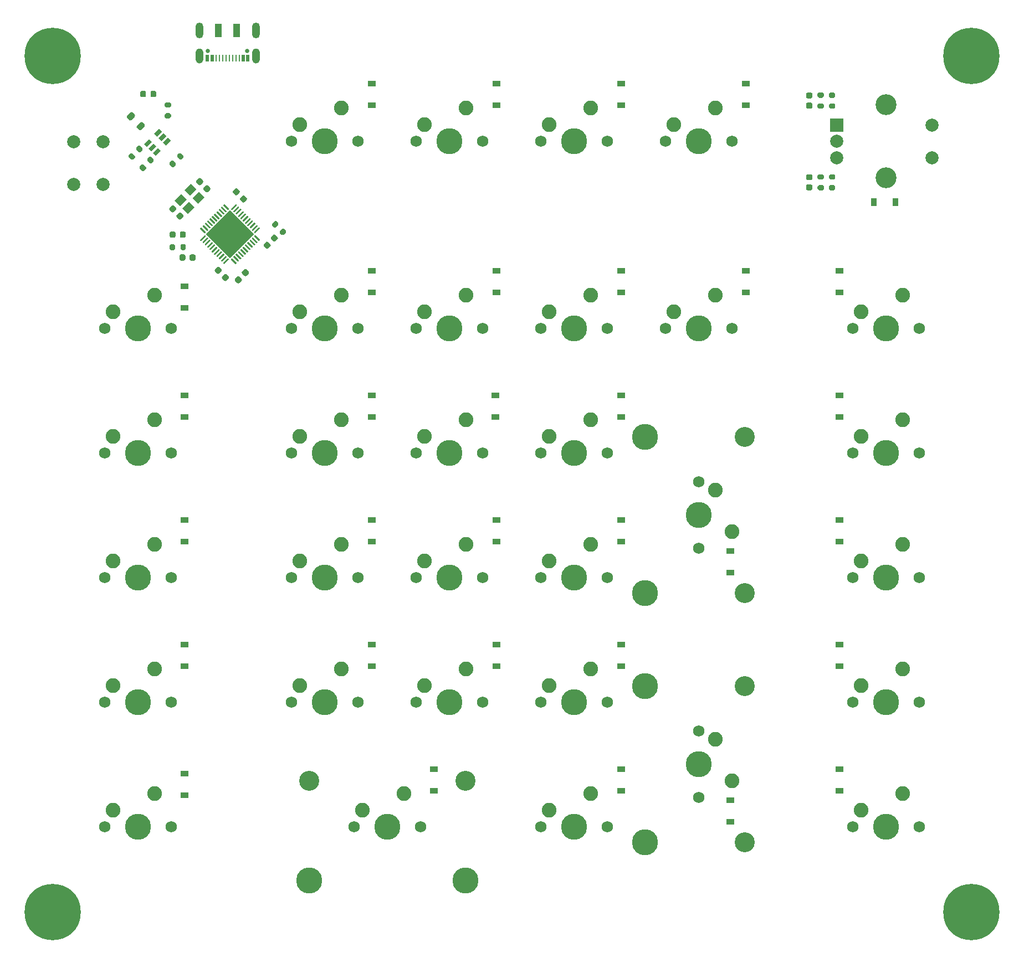
<source format=gbr>
%TF.GenerationSoftware,KiCad,Pcbnew,(5.1.8)-1*%
%TF.CreationDate,2021-01-10T14:28:28+02:00*%
%TF.ProjectId,OsseyPad,4f737365-7950-4616-942e-6b696361645f,rev?*%
%TF.SameCoordinates,Original*%
%TF.FileFunction,Soldermask,Bot*%
%TF.FilePolarity,Negative*%
%FSLAX46Y46*%
G04 Gerber Fmt 4.6, Leading zero omitted, Abs format (unit mm)*
G04 Created by KiCad (PCBNEW (5.1.8)-1) date 2021-01-10 14:28:28*
%MOMM*%
%LPD*%
G01*
G04 APERTURE LIST*
%ADD10O,1.200000X2.400000*%
%ADD11O,1.158000X2.316000*%
%ADD12C,0.630000*%
%ADD13R,1.000000X2.000000*%
%ADD14C,0.600000*%
%ADD15R,0.270000X1.000000*%
%ADD16R,0.520000X1.000000*%
%ADD17C,2.250000*%
%ADD18C,3.987800*%
%ADD19C,1.750000*%
%ADD20R,0.900000X1.200000*%
%ADD21R,2.000000X2.000000*%
%ADD22C,2.000000*%
%ADD23C,3.200000*%
%ADD24C,0.100000*%
%ADD25C,3.048000*%
%ADD26C,0.900000*%
%ADD27C,8.600000*%
%ADD28R,1.200000X0.900000*%
G04 APERTURE END LIST*
D10*
%TO.C,J1*%
X56130000Y-23580000D03*
X47490000Y-23580000D03*
D11*
X56130000Y-27405000D03*
X47490000Y-27405000D03*
D12*
X48810000Y-26680000D03*
D13*
X53210000Y-23580000D03*
X50410000Y-23580000D03*
D12*
X54810000Y-26680000D03*
D14*
X54810000Y-26680000D03*
D15*
X53060000Y-27780000D03*
X52560000Y-27780000D03*
X52060000Y-27780000D03*
X51560000Y-27780000D03*
X51060000Y-27780000D03*
X50560000Y-27780000D03*
X53560000Y-27780000D03*
X50060000Y-27780000D03*
D16*
X54160000Y-27780000D03*
X49460000Y-27780000D03*
X54910000Y-27780000D03*
X48710000Y-27780000D03*
%TD*%
D17*
%TO.C,MX1*%
X69215000Y-35401250D03*
D18*
X66675000Y-40481250D03*
D17*
X62865000Y-37941250D03*
D19*
X61595000Y-40481250D03*
X71755000Y-40481250D03*
%TD*%
D17*
%TO.C,MX11*%
X40640000Y-83026250D03*
D18*
X38100000Y-88106250D03*
D17*
X34290000Y-85566250D03*
D19*
X33020000Y-88106250D03*
X43180000Y-88106250D03*
%TD*%
D20*
%TO.C,D5*%
X153825000Y-49756250D03*
X150525000Y-49756250D03*
%TD*%
D21*
%TO.C,SW1*%
X144895000Y-37986250D03*
D22*
X144895000Y-40486250D03*
X144895000Y-42986250D03*
D23*
X152395000Y-34886250D03*
X152395000Y-46086250D03*
D22*
X159395000Y-37986250D03*
X159395000Y-42986250D03*
%TD*%
%TO.C,SW2*%
X28243750Y-47075000D03*
X32743750Y-47075000D03*
X28243750Y-40575000D03*
X32743750Y-40575000D03*
%TD*%
%TO.C,R11*%
G36*
G01*
X44469975Y-43250184D02*
X44081066Y-42861275D01*
G75*
G02*
X44081066Y-42578433I141421J141421D01*
G01*
X44363909Y-42295590D01*
G75*
G02*
X44646751Y-42295590I141421J-141421D01*
G01*
X45035660Y-42684499D01*
G75*
G02*
X45035660Y-42967341I-141421J-141421D01*
G01*
X44752817Y-43250184D01*
G75*
G02*
X44469975Y-43250184I-141421J141421D01*
G01*
G37*
G36*
G01*
X43303249Y-44416910D02*
X42914340Y-44028001D01*
G75*
G02*
X42914340Y-43745159I141421J141421D01*
G01*
X43197183Y-43462316D01*
G75*
G02*
X43480025Y-43462316I141421J-141421D01*
G01*
X43868934Y-43851225D01*
G75*
G02*
X43868934Y-44134067I-141421J-141421D01*
G01*
X43586091Y-44416910D01*
G75*
G02*
X43303249Y-44416910I-141421J141421D01*
G01*
G37*
%TD*%
%TO.C,R10*%
G36*
G01*
X42950000Y-35331250D02*
X42400000Y-35331250D01*
G75*
G02*
X42200000Y-35131250I0J200000D01*
G01*
X42200000Y-34731250D01*
G75*
G02*
X42400000Y-34531250I200000J0D01*
G01*
X42950000Y-34531250D01*
G75*
G02*
X43150000Y-34731250I0J-200000D01*
G01*
X43150000Y-35131250D01*
G75*
G02*
X42950000Y-35331250I-200000J0D01*
G01*
G37*
G36*
G01*
X42950000Y-36981250D02*
X42400000Y-36981250D01*
G75*
G02*
X42200000Y-36781250I0J200000D01*
G01*
X42200000Y-36381250D01*
G75*
G02*
X42400000Y-36181250I200000J0D01*
G01*
X42950000Y-36181250D01*
G75*
G02*
X43150000Y-36381250I0J-200000D01*
G01*
X43150000Y-36781250D01*
G75*
G02*
X42950000Y-36981250I-200000J0D01*
G01*
G37*
%TD*%
%TO.C,FB1*%
G36*
G01*
X37600561Y-36704165D02*
X37061392Y-37243334D01*
G75*
G02*
X36752032Y-37243334I-154680J154680D01*
G01*
X36442673Y-36933975D01*
G75*
G02*
X36442673Y-36624615I154680J154680D01*
G01*
X36981842Y-36085446D01*
G75*
G02*
X37291202Y-36085446I154680J-154680D01*
G01*
X37600561Y-36394805D01*
G75*
G02*
X37600561Y-36704165I-154680J-154680D01*
G01*
G37*
G36*
G01*
X39103163Y-38206767D02*
X38563994Y-38745936D01*
G75*
G02*
X38254634Y-38745936I-154680J154680D01*
G01*
X37945275Y-38436577D01*
G75*
G02*
X37945275Y-38127217I154680J154680D01*
G01*
X38484444Y-37588048D01*
G75*
G02*
X38793804Y-37588048I154680J-154680D01*
G01*
X39103163Y-37897407D01*
G75*
G02*
X39103163Y-38206767I-154680J-154680D01*
G01*
G37*
%TD*%
%TO.C,F1*%
G36*
G01*
X39325000Y-33000000D02*
X39325000Y-33512500D01*
G75*
G02*
X39106250Y-33731250I-218750J0D01*
G01*
X38668750Y-33731250D01*
G75*
G02*
X38450000Y-33512500I0J218750D01*
G01*
X38450000Y-33000000D01*
G75*
G02*
X38668750Y-32781250I218750J0D01*
G01*
X39106250Y-32781250D01*
G75*
G02*
X39325000Y-33000000I0J-218750D01*
G01*
G37*
G36*
G01*
X40900000Y-33000000D02*
X40900000Y-33512500D01*
G75*
G02*
X40681250Y-33731250I-218750J0D01*
G01*
X40243750Y-33731250D01*
G75*
G02*
X40025000Y-33512500I0J218750D01*
G01*
X40025000Y-33000000D01*
G75*
G02*
X40243750Y-32781250I218750J0D01*
G01*
X40681250Y-32781250D01*
G75*
G02*
X40900000Y-33000000I0J-218750D01*
G01*
G37*
%TD*%
%TO.C,R8*%
G36*
G01*
X142150000Y-47181250D02*
X142700000Y-47181250D01*
G75*
G02*
X142900000Y-47381250I0J-200000D01*
G01*
X142900000Y-47781250D01*
G75*
G02*
X142700000Y-47981250I-200000J0D01*
G01*
X142150000Y-47981250D01*
G75*
G02*
X141950000Y-47781250I0J200000D01*
G01*
X141950000Y-47381250D01*
G75*
G02*
X142150000Y-47181250I200000J0D01*
G01*
G37*
G36*
G01*
X142150000Y-45531250D02*
X142700000Y-45531250D01*
G75*
G02*
X142900000Y-45731250I0J-200000D01*
G01*
X142900000Y-46131250D01*
G75*
G02*
X142700000Y-46331250I-200000J0D01*
G01*
X142150000Y-46331250D01*
G75*
G02*
X141950000Y-46131250I0J200000D01*
G01*
X141950000Y-45731250D01*
G75*
G02*
X142150000Y-45531250I200000J0D01*
G01*
G37*
%TD*%
%TO.C,R7*%
G36*
G01*
X142700000Y-33831250D02*
X142150000Y-33831250D01*
G75*
G02*
X141950000Y-33631250I0J200000D01*
G01*
X141950000Y-33231250D01*
G75*
G02*
X142150000Y-33031250I200000J0D01*
G01*
X142700000Y-33031250D01*
G75*
G02*
X142900000Y-33231250I0J-200000D01*
G01*
X142900000Y-33631250D01*
G75*
G02*
X142700000Y-33831250I-200000J0D01*
G01*
G37*
G36*
G01*
X142700000Y-35481250D02*
X142150000Y-35481250D01*
G75*
G02*
X141950000Y-35281250I0J200000D01*
G01*
X141950000Y-34881250D01*
G75*
G02*
X142150000Y-34681250I200000J0D01*
G01*
X142700000Y-34681250D01*
G75*
G02*
X142900000Y-34881250I0J-200000D01*
G01*
X142900000Y-35281250D01*
G75*
G02*
X142700000Y-35481250I-200000J0D01*
G01*
G37*
%TD*%
%TO.C,R6*%
G36*
G01*
X144450000Y-46331250D02*
X143900000Y-46331250D01*
G75*
G02*
X143700000Y-46131250I0J200000D01*
G01*
X143700000Y-45731250D01*
G75*
G02*
X143900000Y-45531250I200000J0D01*
G01*
X144450000Y-45531250D01*
G75*
G02*
X144650000Y-45731250I0J-200000D01*
G01*
X144650000Y-46131250D01*
G75*
G02*
X144450000Y-46331250I-200000J0D01*
G01*
G37*
G36*
G01*
X144450000Y-47981250D02*
X143900000Y-47981250D01*
G75*
G02*
X143700000Y-47781250I0J200000D01*
G01*
X143700000Y-47381250D01*
G75*
G02*
X143900000Y-47181250I200000J0D01*
G01*
X144450000Y-47181250D01*
G75*
G02*
X144650000Y-47381250I0J-200000D01*
G01*
X144650000Y-47781250D01*
G75*
G02*
X144450000Y-47981250I-200000J0D01*
G01*
G37*
%TD*%
%TO.C,R5*%
G36*
G01*
X143900000Y-34681250D02*
X144450000Y-34681250D01*
G75*
G02*
X144650000Y-34881250I0J-200000D01*
G01*
X144650000Y-35281250D01*
G75*
G02*
X144450000Y-35481250I-200000J0D01*
G01*
X143900000Y-35481250D01*
G75*
G02*
X143700000Y-35281250I0J200000D01*
G01*
X143700000Y-34881250D01*
G75*
G02*
X143900000Y-34681250I200000J0D01*
G01*
G37*
G36*
G01*
X143900000Y-33031250D02*
X144450000Y-33031250D01*
G75*
G02*
X144650000Y-33231250I0J-200000D01*
G01*
X144650000Y-33631250D01*
G75*
G02*
X144450000Y-33831250I-200000J0D01*
G01*
X143900000Y-33831250D01*
G75*
G02*
X143700000Y-33631250I0J200000D01*
G01*
X143700000Y-33231250D01*
G75*
G02*
X143900000Y-33031250I200000J0D01*
G01*
G37*
%TD*%
%TO.C,C10*%
G36*
G01*
X140425000Y-34581250D02*
X140925000Y-34581250D01*
G75*
G02*
X141150000Y-34806250I0J-225000D01*
G01*
X141150000Y-35256250D01*
G75*
G02*
X140925000Y-35481250I-225000J0D01*
G01*
X140425000Y-35481250D01*
G75*
G02*
X140200000Y-35256250I0J225000D01*
G01*
X140200000Y-34806250D01*
G75*
G02*
X140425000Y-34581250I225000J0D01*
G01*
G37*
G36*
G01*
X140425000Y-33031250D02*
X140925000Y-33031250D01*
G75*
G02*
X141150000Y-33256250I0J-225000D01*
G01*
X141150000Y-33706250D01*
G75*
G02*
X140925000Y-33931250I-225000J0D01*
G01*
X140425000Y-33931250D01*
G75*
G02*
X140200000Y-33706250I0J225000D01*
G01*
X140200000Y-33256250D01*
G75*
G02*
X140425000Y-33031250I225000J0D01*
G01*
G37*
%TD*%
%TO.C,C9*%
G36*
G01*
X140925000Y-46431250D02*
X140425000Y-46431250D01*
G75*
G02*
X140200000Y-46206250I0J225000D01*
G01*
X140200000Y-45756250D01*
G75*
G02*
X140425000Y-45531250I225000J0D01*
G01*
X140925000Y-45531250D01*
G75*
G02*
X141150000Y-45756250I0J-225000D01*
G01*
X141150000Y-46206250D01*
G75*
G02*
X140925000Y-46431250I-225000J0D01*
G01*
G37*
G36*
G01*
X140925000Y-47981250D02*
X140425000Y-47981250D01*
G75*
G02*
X140200000Y-47756250I0J225000D01*
G01*
X140200000Y-47306250D01*
G75*
G02*
X140425000Y-47081250I225000J0D01*
G01*
X140925000Y-47081250D01*
G75*
G02*
X141150000Y-47306250I0J-225000D01*
G01*
X141150000Y-47756250D01*
G75*
G02*
X140925000Y-47981250I-225000J0D01*
G01*
G37*
%TD*%
D17*
%TO.C,MX5*%
X40640000Y-63976250D03*
D18*
X38100000Y-69056250D03*
D17*
X34290000Y-66516250D03*
D19*
X33020000Y-69056250D03*
X43180000Y-69056250D03*
%TD*%
%TO.C,C4*%
G36*
G01*
X50978033Y-61162837D02*
X51331587Y-60809283D01*
G75*
G02*
X51649785Y-60809283I159099J-159099D01*
G01*
X51967983Y-61127481D01*
G75*
G02*
X51967983Y-61445679I-159099J-159099D01*
G01*
X51614429Y-61799233D01*
G75*
G02*
X51296231Y-61799233I-159099J159099D01*
G01*
X50978033Y-61481035D01*
G75*
G02*
X50978033Y-61162837I159099J159099D01*
G01*
G37*
G36*
G01*
X49882017Y-60066821D02*
X50235571Y-59713267D01*
G75*
G02*
X50553769Y-59713267I159099J-159099D01*
G01*
X50871967Y-60031465D01*
G75*
G02*
X50871967Y-60349663I-159099J-159099D01*
G01*
X50518413Y-60703217D01*
G75*
G02*
X50200215Y-60703217I-159099J159099D01*
G01*
X49882017Y-60385019D01*
G75*
G02*
X49882017Y-60066821I159099J159099D01*
G01*
G37*
%TD*%
D24*
%TO.C,Y1*%
G36*
X46245711Y-46958332D02*
G01*
X47094239Y-47806860D01*
X46104289Y-48796810D01*
X45255761Y-47948282D01*
X46245711Y-46958332D01*
G37*
G36*
X44690076Y-48513967D02*
G01*
X45538604Y-49362495D01*
X44548654Y-50352445D01*
X43700126Y-49503917D01*
X44690076Y-48513967D01*
G37*
G36*
X45892157Y-49716048D02*
G01*
X46740685Y-50564576D01*
X45750735Y-51554526D01*
X44902207Y-50705998D01*
X45892157Y-49716048D01*
G37*
G36*
X47447792Y-48160413D02*
G01*
X48296320Y-49008941D01*
X47306370Y-49998891D01*
X46457842Y-49150363D01*
X47447792Y-48160413D01*
G37*
%TD*%
%TO.C,U1*%
G36*
X41707967Y-40445644D02*
G01*
X41248348Y-39986025D01*
X41997881Y-39236492D01*
X42457500Y-39696111D01*
X41707967Y-40445644D01*
G37*
G36*
X42379719Y-41117395D02*
G01*
X41920100Y-40657776D01*
X42669633Y-39908243D01*
X43129252Y-40367862D01*
X42379719Y-41117395D01*
G37*
G36*
X41036216Y-39773892D02*
G01*
X40576597Y-39314273D01*
X41326130Y-38564740D01*
X41785749Y-39024359D01*
X41036216Y-39773892D01*
G37*
G36*
X39480581Y-41329527D02*
G01*
X39020962Y-40869908D01*
X39770495Y-40120375D01*
X40230114Y-40579994D01*
X39480581Y-41329527D01*
G37*
G36*
X40152333Y-42001278D02*
G01*
X39692714Y-41541659D01*
X40442247Y-40792126D01*
X40901866Y-41251745D01*
X40152333Y-42001278D01*
G37*
G36*
X40824084Y-42673030D02*
G01*
X40364465Y-42213411D01*
X41113998Y-41463878D01*
X41573617Y-41923497D01*
X40824084Y-42673030D01*
G37*
%TD*%
%TO.C,U2*%
G36*
X52175000Y-58352444D02*
G01*
X48498045Y-54675489D01*
X52175000Y-50998534D01*
X55851955Y-54675489D01*
X52175000Y-58352444D01*
G37*
G36*
G01*
X53014690Y-59227489D02*
X52342938Y-58555737D01*
G75*
G02*
X52342938Y-58467349I44194J44194D01*
G01*
X52431326Y-58378961D01*
G75*
G02*
X52519714Y-58378961I44194J-44194D01*
G01*
X53191466Y-59050713D01*
G75*
G02*
X53191466Y-59139101I-44194J-44194D01*
G01*
X53103078Y-59227489D01*
G75*
G02*
X53014690Y-59227489I-44194J44194D01*
G01*
G37*
G36*
G01*
X53368243Y-58873935D02*
X52696491Y-58202183D01*
G75*
G02*
X52696491Y-58113795I44194J44194D01*
G01*
X52784879Y-58025407D01*
G75*
G02*
X52873267Y-58025407I44194J-44194D01*
G01*
X53545019Y-58697159D01*
G75*
G02*
X53545019Y-58785547I-44194J-44194D01*
G01*
X53456631Y-58873935D01*
G75*
G02*
X53368243Y-58873935I-44194J44194D01*
G01*
G37*
G36*
G01*
X53721797Y-58520382D02*
X53050045Y-57848630D01*
G75*
G02*
X53050045Y-57760242I44194J44194D01*
G01*
X53138433Y-57671854D01*
G75*
G02*
X53226821Y-57671854I44194J-44194D01*
G01*
X53898573Y-58343606D01*
G75*
G02*
X53898573Y-58431994I-44194J-44194D01*
G01*
X53810185Y-58520382D01*
G75*
G02*
X53721797Y-58520382I-44194J44194D01*
G01*
G37*
G36*
G01*
X54075350Y-58166829D02*
X53403598Y-57495077D01*
G75*
G02*
X53403598Y-57406689I44194J44194D01*
G01*
X53491986Y-57318301D01*
G75*
G02*
X53580374Y-57318301I44194J-44194D01*
G01*
X54252126Y-57990053D01*
G75*
G02*
X54252126Y-58078441I-44194J-44194D01*
G01*
X54163738Y-58166829D01*
G75*
G02*
X54075350Y-58166829I-44194J44194D01*
G01*
G37*
G36*
G01*
X54428903Y-57813275D02*
X53757151Y-57141523D01*
G75*
G02*
X53757151Y-57053135I44194J44194D01*
G01*
X53845539Y-56964747D01*
G75*
G02*
X53933927Y-56964747I44194J-44194D01*
G01*
X54605679Y-57636499D01*
G75*
G02*
X54605679Y-57724887I-44194J-44194D01*
G01*
X54517291Y-57813275D01*
G75*
G02*
X54428903Y-57813275I-44194J44194D01*
G01*
G37*
G36*
G01*
X54782457Y-57459722D02*
X54110705Y-56787970D01*
G75*
G02*
X54110705Y-56699582I44194J44194D01*
G01*
X54199093Y-56611194D01*
G75*
G02*
X54287481Y-56611194I44194J-44194D01*
G01*
X54959233Y-57282946D01*
G75*
G02*
X54959233Y-57371334I-44194J-44194D01*
G01*
X54870845Y-57459722D01*
G75*
G02*
X54782457Y-57459722I-44194J44194D01*
G01*
G37*
G36*
G01*
X55136010Y-57106168D02*
X54464258Y-56434416D01*
G75*
G02*
X54464258Y-56346028I44194J44194D01*
G01*
X54552646Y-56257640D01*
G75*
G02*
X54641034Y-56257640I44194J-44194D01*
G01*
X55312786Y-56929392D01*
G75*
G02*
X55312786Y-57017780I-44194J-44194D01*
G01*
X55224398Y-57106168D01*
G75*
G02*
X55136010Y-57106168I-44194J44194D01*
G01*
G37*
G36*
G01*
X55489564Y-56752615D02*
X54817812Y-56080863D01*
G75*
G02*
X54817812Y-55992475I44194J44194D01*
G01*
X54906200Y-55904087D01*
G75*
G02*
X54994588Y-55904087I44194J-44194D01*
G01*
X55666340Y-56575839D01*
G75*
G02*
X55666340Y-56664227I-44194J-44194D01*
G01*
X55577952Y-56752615D01*
G75*
G02*
X55489564Y-56752615I-44194J44194D01*
G01*
G37*
G36*
G01*
X55843117Y-56399062D02*
X55171365Y-55727310D01*
G75*
G02*
X55171365Y-55638922I44194J44194D01*
G01*
X55259753Y-55550534D01*
G75*
G02*
X55348141Y-55550534I44194J-44194D01*
G01*
X56019893Y-56222286D01*
G75*
G02*
X56019893Y-56310674I-44194J-44194D01*
G01*
X55931505Y-56399062D01*
G75*
G02*
X55843117Y-56399062I-44194J44194D01*
G01*
G37*
G36*
G01*
X56196670Y-56045508D02*
X55524918Y-55373756D01*
G75*
G02*
X55524918Y-55285368I44194J44194D01*
G01*
X55613306Y-55196980D01*
G75*
G02*
X55701694Y-55196980I44194J-44194D01*
G01*
X56373446Y-55868732D01*
G75*
G02*
X56373446Y-55957120I-44194J-44194D01*
G01*
X56285058Y-56045508D01*
G75*
G02*
X56196670Y-56045508I-44194J44194D01*
G01*
G37*
G36*
G01*
X56550224Y-55691955D02*
X55878472Y-55020203D01*
G75*
G02*
X55878472Y-54931815I44194J44194D01*
G01*
X55966860Y-54843427D01*
G75*
G02*
X56055248Y-54843427I44194J-44194D01*
G01*
X56727000Y-55515179D01*
G75*
G02*
X56727000Y-55603567I-44194J-44194D01*
G01*
X56638612Y-55691955D01*
G75*
G02*
X56550224Y-55691955I-44194J44194D01*
G01*
G37*
G36*
G01*
X55966860Y-54507551D02*
X55878472Y-54419163D01*
G75*
G02*
X55878472Y-54330775I44194J44194D01*
G01*
X56550224Y-53659023D01*
G75*
G02*
X56638612Y-53659023I44194J-44194D01*
G01*
X56727000Y-53747411D01*
G75*
G02*
X56727000Y-53835799I-44194J-44194D01*
G01*
X56055248Y-54507551D01*
G75*
G02*
X55966860Y-54507551I-44194J44194D01*
G01*
G37*
G36*
G01*
X55613306Y-54153998D02*
X55524918Y-54065610D01*
G75*
G02*
X55524918Y-53977222I44194J44194D01*
G01*
X56196670Y-53305470D01*
G75*
G02*
X56285058Y-53305470I44194J-44194D01*
G01*
X56373446Y-53393858D01*
G75*
G02*
X56373446Y-53482246I-44194J-44194D01*
G01*
X55701694Y-54153998D01*
G75*
G02*
X55613306Y-54153998I-44194J44194D01*
G01*
G37*
G36*
G01*
X55259753Y-53800444D02*
X55171365Y-53712056D01*
G75*
G02*
X55171365Y-53623668I44194J44194D01*
G01*
X55843117Y-52951916D01*
G75*
G02*
X55931505Y-52951916I44194J-44194D01*
G01*
X56019893Y-53040304D01*
G75*
G02*
X56019893Y-53128692I-44194J-44194D01*
G01*
X55348141Y-53800444D01*
G75*
G02*
X55259753Y-53800444I-44194J44194D01*
G01*
G37*
G36*
G01*
X54906200Y-53446891D02*
X54817812Y-53358503D01*
G75*
G02*
X54817812Y-53270115I44194J44194D01*
G01*
X55489564Y-52598363D01*
G75*
G02*
X55577952Y-52598363I44194J-44194D01*
G01*
X55666340Y-52686751D01*
G75*
G02*
X55666340Y-52775139I-44194J-44194D01*
G01*
X54994588Y-53446891D01*
G75*
G02*
X54906200Y-53446891I-44194J44194D01*
G01*
G37*
G36*
G01*
X54552646Y-53093338D02*
X54464258Y-53004950D01*
G75*
G02*
X54464258Y-52916562I44194J44194D01*
G01*
X55136010Y-52244810D01*
G75*
G02*
X55224398Y-52244810I44194J-44194D01*
G01*
X55312786Y-52333198D01*
G75*
G02*
X55312786Y-52421586I-44194J-44194D01*
G01*
X54641034Y-53093338D01*
G75*
G02*
X54552646Y-53093338I-44194J44194D01*
G01*
G37*
G36*
G01*
X54199093Y-52739784D02*
X54110705Y-52651396D01*
G75*
G02*
X54110705Y-52563008I44194J44194D01*
G01*
X54782457Y-51891256D01*
G75*
G02*
X54870845Y-51891256I44194J-44194D01*
G01*
X54959233Y-51979644D01*
G75*
G02*
X54959233Y-52068032I-44194J-44194D01*
G01*
X54287481Y-52739784D01*
G75*
G02*
X54199093Y-52739784I-44194J44194D01*
G01*
G37*
G36*
G01*
X53845539Y-52386231D02*
X53757151Y-52297843D01*
G75*
G02*
X53757151Y-52209455I44194J44194D01*
G01*
X54428903Y-51537703D01*
G75*
G02*
X54517291Y-51537703I44194J-44194D01*
G01*
X54605679Y-51626091D01*
G75*
G02*
X54605679Y-51714479I-44194J-44194D01*
G01*
X53933927Y-52386231D01*
G75*
G02*
X53845539Y-52386231I-44194J44194D01*
G01*
G37*
G36*
G01*
X53491986Y-52032677D02*
X53403598Y-51944289D01*
G75*
G02*
X53403598Y-51855901I44194J44194D01*
G01*
X54075350Y-51184149D01*
G75*
G02*
X54163738Y-51184149I44194J-44194D01*
G01*
X54252126Y-51272537D01*
G75*
G02*
X54252126Y-51360925I-44194J-44194D01*
G01*
X53580374Y-52032677D01*
G75*
G02*
X53491986Y-52032677I-44194J44194D01*
G01*
G37*
G36*
G01*
X53138433Y-51679124D02*
X53050045Y-51590736D01*
G75*
G02*
X53050045Y-51502348I44194J44194D01*
G01*
X53721797Y-50830596D01*
G75*
G02*
X53810185Y-50830596I44194J-44194D01*
G01*
X53898573Y-50918984D01*
G75*
G02*
X53898573Y-51007372I-44194J-44194D01*
G01*
X53226821Y-51679124D01*
G75*
G02*
X53138433Y-51679124I-44194J44194D01*
G01*
G37*
G36*
G01*
X52784879Y-51325571D02*
X52696491Y-51237183D01*
G75*
G02*
X52696491Y-51148795I44194J44194D01*
G01*
X53368243Y-50477043D01*
G75*
G02*
X53456631Y-50477043I44194J-44194D01*
G01*
X53545019Y-50565431D01*
G75*
G02*
X53545019Y-50653819I-44194J-44194D01*
G01*
X52873267Y-51325571D01*
G75*
G02*
X52784879Y-51325571I-44194J44194D01*
G01*
G37*
G36*
G01*
X52431326Y-50972017D02*
X52342938Y-50883629D01*
G75*
G02*
X52342938Y-50795241I44194J44194D01*
G01*
X53014690Y-50123489D01*
G75*
G02*
X53103078Y-50123489I44194J-44194D01*
G01*
X53191466Y-50211877D01*
G75*
G02*
X53191466Y-50300265I-44194J-44194D01*
G01*
X52519714Y-50972017D01*
G75*
G02*
X52431326Y-50972017I-44194J44194D01*
G01*
G37*
G36*
G01*
X51830286Y-50972017D02*
X51158534Y-50300265D01*
G75*
G02*
X51158534Y-50211877I44194J44194D01*
G01*
X51246922Y-50123489D01*
G75*
G02*
X51335310Y-50123489I44194J-44194D01*
G01*
X52007062Y-50795241D01*
G75*
G02*
X52007062Y-50883629I-44194J-44194D01*
G01*
X51918674Y-50972017D01*
G75*
G02*
X51830286Y-50972017I-44194J44194D01*
G01*
G37*
G36*
G01*
X51476733Y-51325571D02*
X50804981Y-50653819D01*
G75*
G02*
X50804981Y-50565431I44194J44194D01*
G01*
X50893369Y-50477043D01*
G75*
G02*
X50981757Y-50477043I44194J-44194D01*
G01*
X51653509Y-51148795D01*
G75*
G02*
X51653509Y-51237183I-44194J-44194D01*
G01*
X51565121Y-51325571D01*
G75*
G02*
X51476733Y-51325571I-44194J44194D01*
G01*
G37*
G36*
G01*
X51123179Y-51679124D02*
X50451427Y-51007372D01*
G75*
G02*
X50451427Y-50918984I44194J44194D01*
G01*
X50539815Y-50830596D01*
G75*
G02*
X50628203Y-50830596I44194J-44194D01*
G01*
X51299955Y-51502348D01*
G75*
G02*
X51299955Y-51590736I-44194J-44194D01*
G01*
X51211567Y-51679124D01*
G75*
G02*
X51123179Y-51679124I-44194J44194D01*
G01*
G37*
G36*
G01*
X50769626Y-52032677D02*
X50097874Y-51360925D01*
G75*
G02*
X50097874Y-51272537I44194J44194D01*
G01*
X50186262Y-51184149D01*
G75*
G02*
X50274650Y-51184149I44194J-44194D01*
G01*
X50946402Y-51855901D01*
G75*
G02*
X50946402Y-51944289I-44194J-44194D01*
G01*
X50858014Y-52032677D01*
G75*
G02*
X50769626Y-52032677I-44194J44194D01*
G01*
G37*
G36*
G01*
X50416073Y-52386231D02*
X49744321Y-51714479D01*
G75*
G02*
X49744321Y-51626091I44194J44194D01*
G01*
X49832709Y-51537703D01*
G75*
G02*
X49921097Y-51537703I44194J-44194D01*
G01*
X50592849Y-52209455D01*
G75*
G02*
X50592849Y-52297843I-44194J-44194D01*
G01*
X50504461Y-52386231D01*
G75*
G02*
X50416073Y-52386231I-44194J44194D01*
G01*
G37*
G36*
G01*
X50062519Y-52739784D02*
X49390767Y-52068032D01*
G75*
G02*
X49390767Y-51979644I44194J44194D01*
G01*
X49479155Y-51891256D01*
G75*
G02*
X49567543Y-51891256I44194J-44194D01*
G01*
X50239295Y-52563008D01*
G75*
G02*
X50239295Y-52651396I-44194J-44194D01*
G01*
X50150907Y-52739784D01*
G75*
G02*
X50062519Y-52739784I-44194J44194D01*
G01*
G37*
G36*
G01*
X49708966Y-53093338D02*
X49037214Y-52421586D01*
G75*
G02*
X49037214Y-52333198I44194J44194D01*
G01*
X49125602Y-52244810D01*
G75*
G02*
X49213990Y-52244810I44194J-44194D01*
G01*
X49885742Y-52916562D01*
G75*
G02*
X49885742Y-53004950I-44194J-44194D01*
G01*
X49797354Y-53093338D01*
G75*
G02*
X49708966Y-53093338I-44194J44194D01*
G01*
G37*
G36*
G01*
X49355412Y-53446891D02*
X48683660Y-52775139D01*
G75*
G02*
X48683660Y-52686751I44194J44194D01*
G01*
X48772048Y-52598363D01*
G75*
G02*
X48860436Y-52598363I44194J-44194D01*
G01*
X49532188Y-53270115D01*
G75*
G02*
X49532188Y-53358503I-44194J-44194D01*
G01*
X49443800Y-53446891D01*
G75*
G02*
X49355412Y-53446891I-44194J44194D01*
G01*
G37*
G36*
G01*
X49001859Y-53800444D02*
X48330107Y-53128692D01*
G75*
G02*
X48330107Y-53040304I44194J44194D01*
G01*
X48418495Y-52951916D01*
G75*
G02*
X48506883Y-52951916I44194J-44194D01*
G01*
X49178635Y-53623668D01*
G75*
G02*
X49178635Y-53712056I-44194J-44194D01*
G01*
X49090247Y-53800444D01*
G75*
G02*
X49001859Y-53800444I-44194J44194D01*
G01*
G37*
G36*
G01*
X48648306Y-54153998D02*
X47976554Y-53482246D01*
G75*
G02*
X47976554Y-53393858I44194J44194D01*
G01*
X48064942Y-53305470D01*
G75*
G02*
X48153330Y-53305470I44194J-44194D01*
G01*
X48825082Y-53977222D01*
G75*
G02*
X48825082Y-54065610I-44194J-44194D01*
G01*
X48736694Y-54153998D01*
G75*
G02*
X48648306Y-54153998I-44194J44194D01*
G01*
G37*
G36*
G01*
X48294752Y-54507551D02*
X47623000Y-53835799D01*
G75*
G02*
X47623000Y-53747411I44194J44194D01*
G01*
X47711388Y-53659023D01*
G75*
G02*
X47799776Y-53659023I44194J-44194D01*
G01*
X48471528Y-54330775D01*
G75*
G02*
X48471528Y-54419163I-44194J-44194D01*
G01*
X48383140Y-54507551D01*
G75*
G02*
X48294752Y-54507551I-44194J44194D01*
G01*
G37*
G36*
G01*
X47711388Y-55691955D02*
X47623000Y-55603567D01*
G75*
G02*
X47623000Y-55515179I44194J44194D01*
G01*
X48294752Y-54843427D01*
G75*
G02*
X48383140Y-54843427I44194J-44194D01*
G01*
X48471528Y-54931815D01*
G75*
G02*
X48471528Y-55020203I-44194J-44194D01*
G01*
X47799776Y-55691955D01*
G75*
G02*
X47711388Y-55691955I-44194J44194D01*
G01*
G37*
G36*
G01*
X48064942Y-56045508D02*
X47976554Y-55957120D01*
G75*
G02*
X47976554Y-55868732I44194J44194D01*
G01*
X48648306Y-55196980D01*
G75*
G02*
X48736694Y-55196980I44194J-44194D01*
G01*
X48825082Y-55285368D01*
G75*
G02*
X48825082Y-55373756I-44194J-44194D01*
G01*
X48153330Y-56045508D01*
G75*
G02*
X48064942Y-56045508I-44194J44194D01*
G01*
G37*
G36*
G01*
X48418495Y-56399062D02*
X48330107Y-56310674D01*
G75*
G02*
X48330107Y-56222286I44194J44194D01*
G01*
X49001859Y-55550534D01*
G75*
G02*
X49090247Y-55550534I44194J-44194D01*
G01*
X49178635Y-55638922D01*
G75*
G02*
X49178635Y-55727310I-44194J-44194D01*
G01*
X48506883Y-56399062D01*
G75*
G02*
X48418495Y-56399062I-44194J44194D01*
G01*
G37*
G36*
G01*
X48772048Y-56752615D02*
X48683660Y-56664227D01*
G75*
G02*
X48683660Y-56575839I44194J44194D01*
G01*
X49355412Y-55904087D01*
G75*
G02*
X49443800Y-55904087I44194J-44194D01*
G01*
X49532188Y-55992475D01*
G75*
G02*
X49532188Y-56080863I-44194J-44194D01*
G01*
X48860436Y-56752615D01*
G75*
G02*
X48772048Y-56752615I-44194J44194D01*
G01*
G37*
G36*
G01*
X49125602Y-57106168D02*
X49037214Y-57017780D01*
G75*
G02*
X49037214Y-56929392I44194J44194D01*
G01*
X49708966Y-56257640D01*
G75*
G02*
X49797354Y-56257640I44194J-44194D01*
G01*
X49885742Y-56346028D01*
G75*
G02*
X49885742Y-56434416I-44194J-44194D01*
G01*
X49213990Y-57106168D01*
G75*
G02*
X49125602Y-57106168I-44194J44194D01*
G01*
G37*
G36*
G01*
X49479155Y-57459722D02*
X49390767Y-57371334D01*
G75*
G02*
X49390767Y-57282946I44194J44194D01*
G01*
X50062519Y-56611194D01*
G75*
G02*
X50150907Y-56611194I44194J-44194D01*
G01*
X50239295Y-56699582D01*
G75*
G02*
X50239295Y-56787970I-44194J-44194D01*
G01*
X49567543Y-57459722D01*
G75*
G02*
X49479155Y-57459722I-44194J44194D01*
G01*
G37*
G36*
G01*
X49832709Y-57813275D02*
X49744321Y-57724887D01*
G75*
G02*
X49744321Y-57636499I44194J44194D01*
G01*
X50416073Y-56964747D01*
G75*
G02*
X50504461Y-56964747I44194J-44194D01*
G01*
X50592849Y-57053135D01*
G75*
G02*
X50592849Y-57141523I-44194J-44194D01*
G01*
X49921097Y-57813275D01*
G75*
G02*
X49832709Y-57813275I-44194J44194D01*
G01*
G37*
G36*
G01*
X50186262Y-58166829D02*
X50097874Y-58078441D01*
G75*
G02*
X50097874Y-57990053I44194J44194D01*
G01*
X50769626Y-57318301D01*
G75*
G02*
X50858014Y-57318301I44194J-44194D01*
G01*
X50946402Y-57406689D01*
G75*
G02*
X50946402Y-57495077I-44194J-44194D01*
G01*
X50274650Y-58166829D01*
G75*
G02*
X50186262Y-58166829I-44194J44194D01*
G01*
G37*
G36*
G01*
X50539815Y-58520382D02*
X50451427Y-58431994D01*
G75*
G02*
X50451427Y-58343606I44194J44194D01*
G01*
X51123179Y-57671854D01*
G75*
G02*
X51211567Y-57671854I44194J-44194D01*
G01*
X51299955Y-57760242D01*
G75*
G02*
X51299955Y-57848630I-44194J-44194D01*
G01*
X50628203Y-58520382D01*
G75*
G02*
X50539815Y-58520382I-44194J44194D01*
G01*
G37*
G36*
G01*
X50893369Y-58873935D02*
X50804981Y-58785547D01*
G75*
G02*
X50804981Y-58697159I44194J44194D01*
G01*
X51476733Y-58025407D01*
G75*
G02*
X51565121Y-58025407I44194J-44194D01*
G01*
X51653509Y-58113795D01*
G75*
G02*
X51653509Y-58202183I-44194J-44194D01*
G01*
X50981757Y-58873935D01*
G75*
G02*
X50893369Y-58873935I-44194J44194D01*
G01*
G37*
G36*
G01*
X51246922Y-59227489D02*
X51158534Y-59139101D01*
G75*
G02*
X51158534Y-59050713I44194J44194D01*
G01*
X51830286Y-58378961D01*
G75*
G02*
X51918674Y-58378961I44194J-44194D01*
G01*
X52007062Y-58467349D01*
G75*
G02*
X52007062Y-58555737I-44194J-44194D01*
G01*
X51335310Y-59227489D01*
G75*
G02*
X51246922Y-59227489I-44194J44194D01*
G01*
G37*
%TD*%
%TO.C,R4*%
G36*
G01*
X59568934Y-53261275D02*
X59180025Y-53650184D01*
G75*
G02*
X58897183Y-53650184I-141421J141421D01*
G01*
X58614340Y-53367341D01*
G75*
G02*
X58614340Y-53084499I141421J141421D01*
G01*
X59003249Y-52695590D01*
G75*
G02*
X59286091Y-52695590I141421J-141421D01*
G01*
X59568934Y-52978433D01*
G75*
G02*
X59568934Y-53261275I-141421J-141421D01*
G01*
G37*
G36*
G01*
X60735660Y-54428001D02*
X60346751Y-54816910D01*
G75*
G02*
X60063909Y-54816910I-141421J141421D01*
G01*
X59781066Y-54534067D01*
G75*
G02*
X59781066Y-54251225I141421J141421D01*
G01*
X60169975Y-53862316D01*
G75*
G02*
X60452817Y-53862316I141421J-141421D01*
G01*
X60735660Y-54145159D01*
G75*
G02*
X60735660Y-54428001I-141421J-141421D01*
G01*
G37*
%TD*%
%TO.C,R1*%
G36*
G01*
X43750000Y-56381250D02*
X43750000Y-56931250D01*
G75*
G02*
X43550000Y-57131250I-200000J0D01*
G01*
X43150000Y-57131250D01*
G75*
G02*
X42950000Y-56931250I0J200000D01*
G01*
X42950000Y-56381250D01*
G75*
G02*
X43150000Y-56181250I200000J0D01*
G01*
X43550000Y-56181250D01*
G75*
G02*
X43750000Y-56381250I0J-200000D01*
G01*
G37*
G36*
G01*
X45400000Y-56381250D02*
X45400000Y-56931250D01*
G75*
G02*
X45200000Y-57131250I-200000J0D01*
G01*
X44800000Y-57131250D01*
G75*
G02*
X44600000Y-56931250I0J200000D01*
G01*
X44600000Y-56381250D01*
G75*
G02*
X44800000Y-56181250I200000J0D01*
G01*
X45200000Y-56181250D01*
G75*
G02*
X45400000Y-56381250I0J-200000D01*
G01*
G37*
%TD*%
%TO.C,R3*%
G36*
G01*
X38246680Y-42139164D02*
X37857771Y-41750255D01*
G75*
G02*
X37857771Y-41467413I141421J141421D01*
G01*
X38140614Y-41184570D01*
G75*
G02*
X38423456Y-41184570I141421J-141421D01*
G01*
X38812365Y-41573479D01*
G75*
G02*
X38812365Y-41856321I-141421J-141421D01*
G01*
X38529522Y-42139164D01*
G75*
G02*
X38246680Y-42139164I-141421J141421D01*
G01*
G37*
G36*
G01*
X37079954Y-43305890D02*
X36691045Y-42916981D01*
G75*
G02*
X36691045Y-42634139I141421J141421D01*
G01*
X36973888Y-42351296D01*
G75*
G02*
X37256730Y-42351296I141421J-141421D01*
G01*
X37645639Y-42740205D01*
G75*
G02*
X37645639Y-43023047I-141421J-141421D01*
G01*
X37362796Y-43305890D01*
G75*
G02*
X37079954Y-43305890I-141421J141421D01*
G01*
G37*
%TD*%
%TO.C,R2*%
G36*
G01*
X39943737Y-43836220D02*
X39554828Y-43447311D01*
G75*
G02*
X39554828Y-43164469I141421J141421D01*
G01*
X39837671Y-42881626D01*
G75*
G02*
X40120513Y-42881626I141421J-141421D01*
G01*
X40509422Y-43270535D01*
G75*
G02*
X40509422Y-43553377I-141421J-141421D01*
G01*
X40226579Y-43836220D01*
G75*
G02*
X39943737Y-43836220I-141421J141421D01*
G01*
G37*
G36*
G01*
X38777011Y-45002946D02*
X38388102Y-44614037D01*
G75*
G02*
X38388102Y-44331195I141421J141421D01*
G01*
X38670945Y-44048352D01*
G75*
G02*
X38953787Y-44048352I141421J-141421D01*
G01*
X39342696Y-44437261D01*
G75*
G02*
X39342696Y-44720103I-141421J-141421D01*
G01*
X39059853Y-45002946D01*
G75*
G02*
X38777011Y-45002946I-141421J141421D01*
G01*
G37*
%TD*%
%TO.C,C8*%
G36*
G01*
X45350000Y-58006250D02*
X45350000Y-58506250D01*
G75*
G02*
X45125000Y-58731250I-225000J0D01*
G01*
X44675000Y-58731250D01*
G75*
G02*
X44450000Y-58506250I0J225000D01*
G01*
X44450000Y-58006250D01*
G75*
G02*
X44675000Y-57781250I225000J0D01*
G01*
X45125000Y-57781250D01*
G75*
G02*
X45350000Y-58006250I0J-225000D01*
G01*
G37*
G36*
G01*
X46900000Y-58006250D02*
X46900000Y-58506250D01*
G75*
G02*
X46675000Y-58731250I-225000J0D01*
G01*
X46225000Y-58731250D01*
G75*
G02*
X46000000Y-58506250I0J225000D01*
G01*
X46000000Y-58006250D01*
G75*
G02*
X46225000Y-57781250I225000J0D01*
G01*
X46675000Y-57781250D01*
G75*
G02*
X46900000Y-58006250I0J-225000D01*
G01*
G37*
%TD*%
%TO.C,C7*%
G36*
G01*
X44028033Y-51762837D02*
X44381587Y-51409283D01*
G75*
G02*
X44699785Y-51409283I159099J-159099D01*
G01*
X45017983Y-51727481D01*
G75*
G02*
X45017983Y-52045679I-159099J-159099D01*
G01*
X44664429Y-52399233D01*
G75*
G02*
X44346231Y-52399233I-159099J159099D01*
G01*
X44028033Y-52081035D01*
G75*
G02*
X44028033Y-51762837I159099J159099D01*
G01*
G37*
G36*
G01*
X42932017Y-50666821D02*
X43285571Y-50313267D01*
G75*
G02*
X43603769Y-50313267I159099J-159099D01*
G01*
X43921967Y-50631465D01*
G75*
G02*
X43921967Y-50949663I-159099J-159099D01*
G01*
X43568413Y-51303217D01*
G75*
G02*
X43250215Y-51303217I-159099J159099D01*
G01*
X42932017Y-50985019D01*
G75*
G02*
X42932017Y-50666821I159099J159099D01*
G01*
G37*
%TD*%
%TO.C,C6*%
G36*
G01*
X48021967Y-46799663D02*
X47668413Y-47153217D01*
G75*
G02*
X47350215Y-47153217I-159099J159099D01*
G01*
X47032017Y-46835019D01*
G75*
G02*
X47032017Y-46516821I159099J159099D01*
G01*
X47385571Y-46163267D01*
G75*
G02*
X47703769Y-46163267I159099J-159099D01*
G01*
X48021967Y-46481465D01*
G75*
G02*
X48021967Y-46799663I-159099J-159099D01*
G01*
G37*
G36*
G01*
X49117983Y-47895679D02*
X48764429Y-48249233D01*
G75*
G02*
X48446231Y-48249233I-159099J159099D01*
G01*
X48128033Y-47931035D01*
G75*
G02*
X48128033Y-47612837I159099J159099D01*
G01*
X48481587Y-47259283D01*
G75*
G02*
X48799785Y-47259283I159099J-159099D01*
G01*
X49117983Y-47577481D01*
G75*
G02*
X49117983Y-47895679I-159099J-159099D01*
G01*
G37*
%TD*%
%TO.C,C5*%
G36*
G01*
X54381587Y-61053217D02*
X54028033Y-60699663D01*
G75*
G02*
X54028033Y-60381465I159099J159099D01*
G01*
X54346231Y-60063267D01*
G75*
G02*
X54664429Y-60063267I159099J-159099D01*
G01*
X55017983Y-60416821D01*
G75*
G02*
X55017983Y-60735019I-159099J-159099D01*
G01*
X54699785Y-61053217D01*
G75*
G02*
X54381587Y-61053217I-159099J159099D01*
G01*
G37*
G36*
G01*
X53285571Y-62149233D02*
X52932017Y-61795679D01*
G75*
G02*
X52932017Y-61477481I159099J159099D01*
G01*
X53250215Y-61159283D01*
G75*
G02*
X53568413Y-61159283I159099J-159099D01*
G01*
X53921967Y-61512837D01*
G75*
G02*
X53921967Y-61831035I-159099J-159099D01*
G01*
X53603769Y-62149233D01*
G75*
G02*
X53285571Y-62149233I-159099J159099D01*
G01*
G37*
%TD*%
%TO.C,C3*%
G36*
G01*
X54717983Y-49445679D02*
X54364429Y-49799233D01*
G75*
G02*
X54046231Y-49799233I-159099J159099D01*
G01*
X53728033Y-49481035D01*
G75*
G02*
X53728033Y-49162837I159099J159099D01*
G01*
X54081587Y-48809283D01*
G75*
G02*
X54399785Y-48809283I159099J-159099D01*
G01*
X54717983Y-49127481D01*
G75*
G02*
X54717983Y-49445679I-159099J-159099D01*
G01*
G37*
G36*
G01*
X53621967Y-48349663D02*
X53268413Y-48703217D01*
G75*
G02*
X52950215Y-48703217I-159099J159099D01*
G01*
X52632017Y-48385019D01*
G75*
G02*
X52632017Y-48066821I159099J159099D01*
G01*
X52985571Y-47713267D01*
G75*
G02*
X53303769Y-47713267I159099J-159099D01*
G01*
X53621967Y-48031465D01*
G75*
G02*
X53621967Y-48349663I-159099J-159099D01*
G01*
G37*
%TD*%
%TO.C,C2*%
G36*
G01*
X43850000Y-54506250D02*
X43850000Y-55006250D01*
G75*
G02*
X43625000Y-55231250I-225000J0D01*
G01*
X43175000Y-55231250D01*
G75*
G02*
X42950000Y-55006250I0J225000D01*
G01*
X42950000Y-54506250D01*
G75*
G02*
X43175000Y-54281250I225000J0D01*
G01*
X43625000Y-54281250D01*
G75*
G02*
X43850000Y-54506250I0J-225000D01*
G01*
G37*
G36*
G01*
X45400000Y-54506250D02*
X45400000Y-55006250D01*
G75*
G02*
X45175000Y-55231250I-225000J0D01*
G01*
X44725000Y-55231250D01*
G75*
G02*
X44500000Y-55006250I0J225000D01*
G01*
X44500000Y-54506250D01*
G75*
G02*
X44725000Y-54281250I225000J0D01*
G01*
X45175000Y-54281250D01*
G75*
G02*
X45400000Y-54506250I0J-225000D01*
G01*
G37*
%TD*%
%TO.C,C1*%
G36*
G01*
X57983413Y-55883033D02*
X58336967Y-56236587D01*
G75*
G02*
X58336967Y-56554785I-159099J-159099D01*
G01*
X58018769Y-56872983D01*
G75*
G02*
X57700571Y-56872983I-159099J159099D01*
G01*
X57347017Y-56519429D01*
G75*
G02*
X57347017Y-56201231I159099J159099D01*
G01*
X57665215Y-55883033D01*
G75*
G02*
X57983413Y-55883033I159099J-159099D01*
G01*
G37*
G36*
G01*
X59079429Y-54787017D02*
X59432983Y-55140571D01*
G75*
G02*
X59432983Y-55458769I-159099J-159099D01*
G01*
X59114785Y-55776967D01*
G75*
G02*
X58796587Y-55776967I-159099J159099D01*
G01*
X58443033Y-55423413D01*
G75*
G02*
X58443033Y-55105215I159099J159099D01*
G01*
X58761231Y-54787017D01*
G75*
G02*
X59079429Y-54787017I159099J-159099D01*
G01*
G37*
%TD*%
D17*
%TO.C,MX28*%
X78740000Y-140176250D03*
D18*
X76200000Y-145256250D03*
D17*
X72390000Y-142716250D03*
D19*
X71120000Y-145256250D03*
X81280000Y-145256250D03*
D25*
X64293750Y-138271250D03*
X88106250Y-138271250D03*
D18*
X64293750Y-153511250D03*
X88106250Y-153511250D03*
%TD*%
D26*
%TO.C,H4*%
X167720419Y-156029581D03*
X165440000Y-155085000D03*
X163159581Y-156029581D03*
X162215000Y-158310000D03*
X163159581Y-160590419D03*
X165440000Y-161535000D03*
X167720419Y-160590419D03*
X168665000Y-158310000D03*
D27*
X165440000Y-158310000D03*
%TD*%
D26*
%TO.C,H3*%
X27330419Y-156029581D03*
X25050000Y-155085000D03*
X22769581Y-156029581D03*
X21825000Y-158310000D03*
X22769581Y-160590419D03*
X25050000Y-161535000D03*
X27330419Y-160590419D03*
X28275000Y-158310000D03*
D27*
X25050000Y-158310000D03*
%TD*%
D26*
%TO.C,H2*%
X167720419Y-25159581D03*
X165440000Y-24215000D03*
X163159581Y-25159581D03*
X162215000Y-27440000D03*
X163159581Y-29720419D03*
X165440000Y-30665000D03*
X167720419Y-29720419D03*
X168665000Y-27440000D03*
D27*
X165440000Y-27440000D03*
%TD*%
D26*
%TO.C,H1*%
X27330419Y-25159581D03*
X25050000Y-24215000D03*
X22769581Y-25159581D03*
X21825000Y-27440000D03*
X22769581Y-29720419D03*
X25050000Y-30665000D03*
X27330419Y-29720419D03*
X28275000Y-27440000D03*
D27*
X25050000Y-27440000D03*
%TD*%
D17*
%TO.C,MX31*%
X154940000Y-140176250D03*
D18*
X152400000Y-145256250D03*
D17*
X148590000Y-142716250D03*
D19*
X147320000Y-145256250D03*
X157480000Y-145256250D03*
%TD*%
D17*
%TO.C,MX30*%
X128905000Y-138271250D03*
D18*
X123825000Y-135731250D03*
D17*
X126365000Y-131921250D03*
D19*
X123825000Y-130651250D03*
X123825000Y-140811250D03*
D25*
X130810000Y-123825000D03*
X130810000Y-147637500D03*
D18*
X115570000Y-123825000D03*
X115570000Y-147637500D03*
%TD*%
D17*
%TO.C,MX29*%
X107315000Y-140176250D03*
D18*
X104775000Y-145256250D03*
D17*
X100965000Y-142716250D03*
D19*
X99695000Y-145256250D03*
X109855000Y-145256250D03*
%TD*%
D17*
%TO.C,MX27*%
X40640000Y-140176250D03*
D18*
X38100000Y-145256250D03*
D17*
X34290000Y-142716250D03*
D19*
X33020000Y-145256250D03*
X43180000Y-145256250D03*
%TD*%
D17*
%TO.C,MX26*%
X154940000Y-121126250D03*
D18*
X152400000Y-126206250D03*
D17*
X148590000Y-123666250D03*
D19*
X147320000Y-126206250D03*
X157480000Y-126206250D03*
%TD*%
D17*
%TO.C,MX25*%
X107315000Y-121126250D03*
D18*
X104775000Y-126206250D03*
D17*
X100965000Y-123666250D03*
D19*
X99695000Y-126206250D03*
X109855000Y-126206250D03*
%TD*%
D17*
%TO.C,MX24*%
X88265000Y-121126250D03*
D18*
X85725000Y-126206250D03*
D17*
X81915000Y-123666250D03*
D19*
X80645000Y-126206250D03*
X90805000Y-126206250D03*
%TD*%
D17*
%TO.C,MX23*%
X69215000Y-121126250D03*
D18*
X66675000Y-126206250D03*
D17*
X62865000Y-123666250D03*
D19*
X61595000Y-126206250D03*
X71755000Y-126206250D03*
%TD*%
D17*
%TO.C,MX22*%
X40640000Y-121126250D03*
D18*
X38100000Y-126206250D03*
D17*
X34290000Y-123666250D03*
D19*
X33020000Y-126206250D03*
X43180000Y-126206250D03*
%TD*%
D17*
%TO.C,MX21*%
X154940000Y-102076250D03*
D18*
X152400000Y-107156250D03*
D17*
X148590000Y-104616250D03*
D19*
X147320000Y-107156250D03*
X157480000Y-107156250D03*
%TD*%
D17*
%TO.C,MX20*%
X128905000Y-100171250D03*
D18*
X123825000Y-97631250D03*
D17*
X126365000Y-93821250D03*
D19*
X123825000Y-92551250D03*
X123825000Y-102711250D03*
D25*
X130810000Y-85725000D03*
X130810000Y-109537500D03*
D18*
X115570000Y-85725000D03*
X115570000Y-109537500D03*
%TD*%
D17*
%TO.C,MX19*%
X107315000Y-102076250D03*
D18*
X104775000Y-107156250D03*
D17*
X100965000Y-104616250D03*
D19*
X99695000Y-107156250D03*
X109855000Y-107156250D03*
%TD*%
D17*
%TO.C,MX18*%
X88265000Y-102076250D03*
D18*
X85725000Y-107156250D03*
D17*
X81915000Y-104616250D03*
D19*
X80645000Y-107156250D03*
X90805000Y-107156250D03*
%TD*%
D17*
%TO.C,MX17*%
X69215000Y-102076250D03*
D18*
X66675000Y-107156250D03*
D17*
X62865000Y-104616250D03*
D19*
X61595000Y-107156250D03*
X71755000Y-107156250D03*
%TD*%
D17*
%TO.C,MX16*%
X40640000Y-102076250D03*
D18*
X38100000Y-107156250D03*
D17*
X34290000Y-104616250D03*
D19*
X33020000Y-107156250D03*
X43180000Y-107156250D03*
%TD*%
D17*
%TO.C,MX15*%
X154940000Y-83026250D03*
D18*
X152400000Y-88106250D03*
D17*
X148590000Y-85566250D03*
D19*
X147320000Y-88106250D03*
X157480000Y-88106250D03*
%TD*%
D17*
%TO.C,MX14*%
X107315000Y-83026250D03*
D18*
X104775000Y-88106250D03*
D17*
X100965000Y-85566250D03*
D19*
X99695000Y-88106250D03*
X109855000Y-88106250D03*
%TD*%
D17*
%TO.C,MX13*%
X88265000Y-83026250D03*
D18*
X85725000Y-88106250D03*
D17*
X81915000Y-85566250D03*
D19*
X80645000Y-88106250D03*
X90805000Y-88106250D03*
%TD*%
D17*
%TO.C,MX12*%
X69215000Y-83026250D03*
D18*
X66675000Y-88106250D03*
D17*
X62865000Y-85566250D03*
D19*
X61595000Y-88106250D03*
X71755000Y-88106250D03*
%TD*%
D17*
%TO.C,MX10*%
X154940000Y-63976250D03*
D18*
X152400000Y-69056250D03*
D17*
X148590000Y-66516250D03*
D19*
X147320000Y-69056250D03*
X157480000Y-69056250D03*
%TD*%
D17*
%TO.C,MX9*%
X126365000Y-63976250D03*
D18*
X123825000Y-69056250D03*
D17*
X120015000Y-66516250D03*
D19*
X118745000Y-69056250D03*
X128905000Y-69056250D03*
%TD*%
D17*
%TO.C,MX8*%
X107315000Y-63976250D03*
D18*
X104775000Y-69056250D03*
D17*
X100965000Y-66516250D03*
D19*
X99695000Y-69056250D03*
X109855000Y-69056250D03*
%TD*%
D17*
%TO.C,MX7*%
X88265000Y-63976250D03*
D18*
X85725000Y-69056250D03*
D17*
X81915000Y-66516250D03*
D19*
X80645000Y-69056250D03*
X90805000Y-69056250D03*
%TD*%
D17*
%TO.C,MX6*%
X69215000Y-63976250D03*
D18*
X66675000Y-69056250D03*
D17*
X62865000Y-66516250D03*
D19*
X61595000Y-69056250D03*
X71755000Y-69056250D03*
%TD*%
D17*
%TO.C,MX4*%
X126365000Y-35401250D03*
D18*
X123825000Y-40481250D03*
D17*
X120015000Y-37941250D03*
D19*
X118745000Y-40481250D03*
X128905000Y-40481250D03*
%TD*%
D17*
%TO.C,MX3*%
X107315000Y-35401250D03*
D18*
X104775000Y-40481250D03*
D17*
X100965000Y-37941250D03*
D19*
X99695000Y-40481250D03*
X109855000Y-40481250D03*
%TD*%
D17*
%TO.C,MX2*%
X88265000Y-35401250D03*
D18*
X85725000Y-40481250D03*
D17*
X81915000Y-37941250D03*
D19*
X80645000Y-40481250D03*
X90805000Y-40481250D03*
%TD*%
D28*
%TO.C,D32*%
X145256250Y-139762500D03*
X145256250Y-136462500D03*
%TD*%
%TO.C,D31*%
X128587500Y-141225000D03*
X128587500Y-144525000D03*
%TD*%
%TO.C,D30*%
X111918750Y-139762500D03*
X111918750Y-136462500D03*
%TD*%
%TO.C,D29*%
X83343750Y-139762500D03*
X83343750Y-136462500D03*
%TD*%
%TO.C,D28*%
X45243750Y-140493750D03*
X45243750Y-137193750D03*
%TD*%
%TO.C,D27*%
X145256250Y-120712500D03*
X145256250Y-117412500D03*
%TD*%
%TO.C,D26*%
X111918750Y-120712500D03*
X111918750Y-117412500D03*
%TD*%
%TO.C,D25*%
X92868750Y-120712500D03*
X92868750Y-117412500D03*
%TD*%
%TO.C,D24*%
X73818750Y-120712500D03*
X73818750Y-117412500D03*
%TD*%
%TO.C,D23*%
X45243750Y-120712500D03*
X45243750Y-117412500D03*
%TD*%
%TO.C,D22*%
X145256250Y-101662500D03*
X145256250Y-98362500D03*
%TD*%
%TO.C,D21*%
X128587500Y-103125000D03*
X128587500Y-106425000D03*
%TD*%
%TO.C,D20*%
X111918750Y-101662500D03*
X111918750Y-98362500D03*
%TD*%
%TO.C,D19*%
X92868750Y-101662500D03*
X92868750Y-98362500D03*
%TD*%
%TO.C,D18*%
X73818750Y-101662500D03*
X73818750Y-98362500D03*
%TD*%
%TO.C,D17*%
X45243750Y-101662500D03*
X45243750Y-98362500D03*
%TD*%
%TO.C,D16*%
X145256250Y-82612500D03*
X145256250Y-79312500D03*
%TD*%
%TO.C,D15*%
X111918750Y-82612500D03*
X111918750Y-79312500D03*
%TD*%
%TO.C,D14*%
X92718750Y-82612500D03*
X92718750Y-79312500D03*
%TD*%
%TO.C,D13*%
X73818750Y-82612500D03*
X73818750Y-79312500D03*
%TD*%
%TO.C,D12*%
X45243750Y-82612500D03*
X45243750Y-79312500D03*
%TD*%
%TO.C,D11*%
X145256250Y-63562500D03*
X145256250Y-60262500D03*
%TD*%
%TO.C,D10*%
X130968750Y-63562500D03*
X130968750Y-60262500D03*
%TD*%
%TO.C,D9*%
X111918750Y-63562500D03*
X111918750Y-60262500D03*
%TD*%
%TO.C,D8*%
X92868750Y-63562500D03*
X92868750Y-60262500D03*
%TD*%
%TO.C,D7*%
X73818750Y-63562500D03*
X73818750Y-60262500D03*
%TD*%
%TO.C,D6*%
X45243750Y-62643750D03*
X45243750Y-65943750D03*
%TD*%
%TO.C,D4*%
X130968750Y-34987500D03*
X130968750Y-31687500D03*
%TD*%
%TO.C,D3*%
X111918750Y-34987500D03*
X111918750Y-31687500D03*
%TD*%
%TO.C,D2*%
X92868750Y-34987500D03*
X92868750Y-31687500D03*
%TD*%
%TO.C,D1*%
X73818750Y-34987500D03*
X73818750Y-31687500D03*
%TD*%
M02*

</source>
